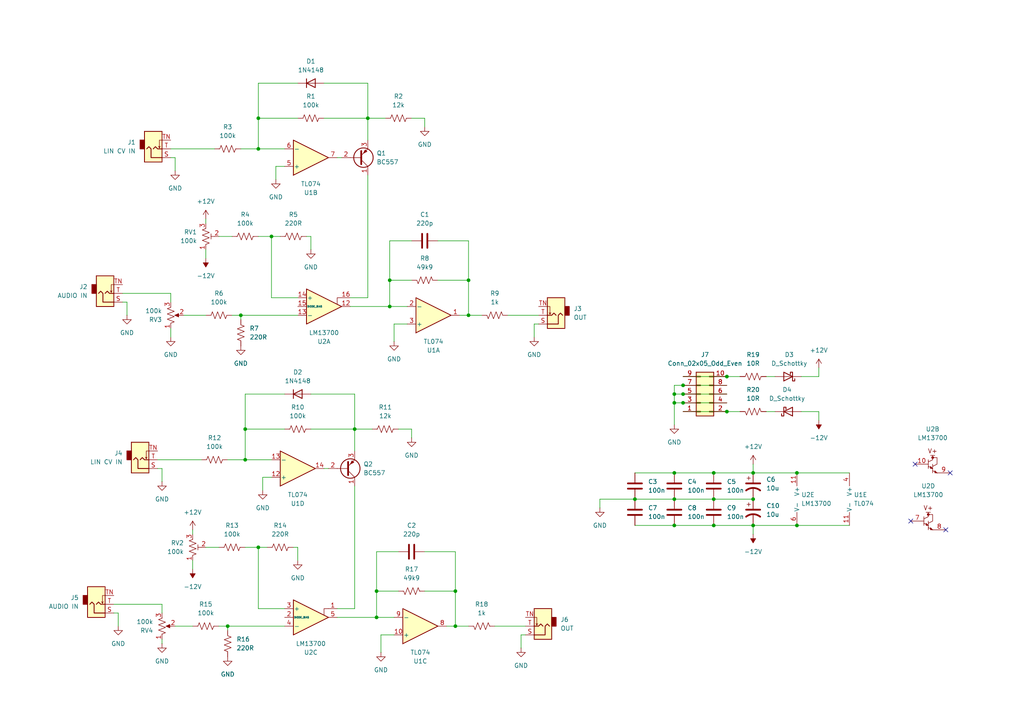
<source format=kicad_sch>
(kicad_sch (version 20250114) (generator "eeschema") (generator_version "9.0")
  (paper "A4")
  (title_block (title "Dual VCA") (date "2025-06-20") (rev "1.1") (company "idyllm") (comment 1 "CC BY-SA 4.0") (comment 2 "References: Aaron Lanterman, Thomas Henry"))
  (lib_symbols
    (symbol "Amplifier_Operational:LM13700" (pin_names (offset 0.127))
      (property "Reference" "U" (at 3.81 5.08 0))
      (property "Value" "LM13700" (at 5.08 -5.08 0))
      (symbol "LM13700_1_1"
        (polyline (pts (xy 3.81 -0.635) (xy 3.81 -2.54) (xy 5.08 -2.54)))
        (polyline (pts (xy 5.08 0) (xy -5.08 -5.08) (xy -5.08 5.08) (xy 5.08 0)) (stroke (width 0.254)) (fill (type background)))
        (pin input line (at -7.62 2.54 0) (length 2.54) (name "-") (number "13"))
        (pin input line (at -7.62 0 0) (length 2.54) (name "DIODE_BIAS") (number "15"))
        (pin input line (at -7.62 -2.54 0) (length 2.54) (name "+") (number "14"))
        (pin output line (at 7.62 0 180) (length 2.54) (name "~") (number "12"))
        (pin input line (at 7.62 -2.54 180) (length 2.54) (name "~") (number "16"))
      )
      (symbol "LM13700_2_0"
        (polyline (pts (xy -1.905 2.54) (xy -3.175 2.54)))
      )
      (symbol "LM13700_2_1"
        (polyline (pts (xy -3.81 1.27) (xy -3.81 -1.27)))
        (polyline (pts (xy -3.81 0.635) (xy -2.54 1.27) (xy -2.54 1.905) (xy -2.54 2.54)))
        (polyline (pts (xy -3.81 -0.635) (xy -2.54 -1.27)))
        (circle (center -2.54 1.905) (radius 0.254) (stroke (width 0.254)) (fill (type outline)))
        (polyline (pts (xy -2.54 0) (xy -2.54 -2.54)))
        (polyline (pts (xy -2.54 -0.635) (xy -1.27 0) (xy -1.27 1.905) (xy -2.54 1.905)))
        (polyline (pts (xy -2.54 -1.27) (xy -3.175 -0.635) (xy -3.175 -1.27) (xy -2.54 -1.27)) (fill (type outline)))
        (polyline (pts (xy -2.54 -1.905) (xy -1.27 -2.54)))
        (polyline (pts (xy -1.27 -2.54) (xy -1.905 -1.905) (xy -1.905 -2.54) (xy -1.27 -2.54)) (fill (type outline)))
        (text "V+" (at -2.54 3.81 0) (effects (font (size 1.27 1.27))))
        (pin input line (at -7.62 0 0) (length 3.81) (name "~") (number "10"))
        (pin output line (at 2.54 -2.54 180) (length 3.81) (name "~") (number "9"))
      )
      (symbol "LM13700_3_1"
        (polyline (pts (xy 3.81 -0.635) (xy 3.81 -2.54) (xy 5.08 -2.54)))
        (polyline (pts (xy 5.08 0) (xy -5.08 -5.08) (xy -5.08 5.08) (xy 5.08 0)) (stroke (width 0.254)) (fill (type background)))
        (pin input line (at -7.62 2.54 0) (length 2.54) (name "-") (number "4"))
        (pin input line (at -7.62 0 0) (length 2.54) (name "DIODE_BIAS") (number "2"))
        (pin input line (at -7.62 -2.54 0) (length 2.54) (name "+") (number "3"))
        (pin output line (at 7.62 0 180) (length 2.54) (name "~") (number "5"))
        (pin input line (at 7.62 -2.54 180) (length 2.54) (name "~") (number "1"))
      )
      (symbol "LM13700_4_0"
        (polyline (pts (xy -3.175 2.54) (xy -1.905 2.54)))
        (text "V+" (at -2.54 3.81 0) (effects (font (size 1.27 1.27))))
      )
      (symbol "LM13700_4_1"
        (polyline (pts (xy -3.81 1.27) (xy -3.81 -1.27)))
        (polyline (pts (xy -3.81 0.635) (xy -2.54 1.27) (xy -2.54 2.54)))
        (polyline (pts (xy -3.81 -0.635) (xy -2.54 -1.27)))
        (circle (center -2.54 1.905) (radius 0.254) (stroke (width 0.254)) (fill (type outline)))
        (polyline (pts (xy -2.54 0) (xy -2.54 -2.54)))
        (polyline (pts (xy -2.54 -0.635) (xy -1.27 0) (xy -1.27 1.905) (xy -2.54 1.905)))
        (polyline (pts (xy -2.54 -1.27) (xy -3.175 -0.635) (xy -3.175 -1.27) (xy -2.54 -1.27)) (fill (type outline)))
        (polyline (pts (xy -2.54 -1.905) (xy -1.27 -2.54)))
        (polyline (pts (xy -1.27 -2.54) (xy -1.905 -1.905) (xy -1.905 -2.54) (xy -1.27 -2.54)) (fill (type outline)))
        (pin input line (at -7.62 0 0) (length 3.81) (name "~") (number "7"))
        (pin output line (at 2.54 -2.54 180) (length 3.81) (name "~") (number "8"))
      )
      (symbol "LM13700_5_1"
        (pin power_in line (at -2.54 7.62 270) (length 3.81) (name "V+") (number "11"))
        (pin power_in line (at -2.54 -7.62 90) (length 3.81) (name "V-") (number "6"))
      )
    )
    (symbol "Amplifier_Operational:TL074" (pin_names (offset 0.127))
      (property "Reference" "U" (at 0 5.08 0))
      (property "Value" "TL074" (at 0 -5.08 0))
      (symbol "TL074_1_1"
        (polyline (pts (xy -5.08 5.08) (xy 5.08 0) (xy -5.08 -5.08) (xy -5.08 5.08)) (stroke (width 0.254)) (fill (type background)))
        (pin input line (at -7.62 2.54 0) (length 2.54) (name "+") (number "3"))
        (pin input line (at -7.62 -2.54 0) (length 2.54) (name "-") (number "2"))
        (pin output line (at 7.62 0 180) (length 2.54) (name "~") (number "1"))
      )
      (symbol "TL074_2_1"
        (polyline (pts (xy -5.08 5.08) (xy 5.08 0) (xy -5.08 -5.08) (xy -5.08 5.08)) (stroke (width 0.254)) (fill (type background)))
        (pin input line (at -7.62 2.54 0) (length 2.54) (name "+") (number "5"))
        (pin input line (at -7.62 -2.54 0) (length 2.54) (name "-") (number "6"))
        (pin output line (at 7.62 0 180) (length 2.54) (name "~") (number "7"))
      )
      (symbol "TL074_3_1"
        (polyline (pts (xy -5.08 5.08) (xy 5.08 0) (xy -5.08 -5.08) (xy -5.08 5.08)) (stroke (width 0.254)) (fill (type background)))
        (pin input line (at -7.62 2.54 0) (length 2.54) (name "+") (number "10"))
        (pin input line (at -7.62 -2.54 0) (length 2.54) (name "-") (number "9"))
        (pin output line (at 7.62 0 180) (length 2.54) (name "~") (number "8"))
      )
      (symbol "TL074_4_1"
        (polyline (pts (xy -5.08 5.08) (xy 5.08 0) (xy -5.08 -5.08) (xy -5.08 5.08)) (stroke (width 0.254)) (fill (type background)))
        (pin input line (at -7.62 2.54 0) (length 2.54) (name "+") (number "12"))
        (pin input line (at -7.62 -2.54 0) (length 2.54) (name "-") (number "13"))
        (pin output line (at 7.62 0 180) (length 2.54) (name "~") (number "14"))
      )
      (symbol "TL074_5_1"
        (pin power_in line (at -2.54 7.62 270) (length 3.81) (name "V+") (number "4"))
        (pin power_in line (at -2.54 -7.62 90) (length 3.81) (name "V-") (number "11"))
      )
    )
    (symbol "Connector_Audio:AudioJack2_SwitchT"
      (property "Reference" "J" (at 0 8.89 0))
      (property "Value" "AudioJack2_SwitchT" (at 0 6.35 0))
      (symbol "AudioJack2_SwitchT_0_1"
        (rectangle (start -2.54 0) (end -3.81 -2.54) (stroke (width 0.254)) (fill (type outline)))
        (polyline (pts (xy 0 0) (xy 0.635 -0.635) (xy 1.27 0) (xy 2.54 0)) (stroke (width 0.254)))
        (polyline (pts (xy 1.778 -0.254) (xy 2.032 -0.762)))
        (rectangle (start 2.54 3.81) (end -2.54 -5.08) (stroke (width 0.254)) (fill (type background)))
        (polyline (pts (xy 2.54 2.54) (xy -0.635 2.54) (xy -0.635 0) (xy -1.27 -0.635) (xy -1.905 0)) (stroke (width 0.254)))
        (polyline (pts (xy 2.54 -2.54) (xy 1.778 -2.54) (xy 1.778 -0.254) (xy 1.524 -0.762)))
      )
      (symbol "AudioJack2_SwitchT_1_1"
        (pin passive line (at 5.08 2.54 180) (length 2.54) (name "~") (number "S"))
        (pin passive line (at 5.08 0 180) (length 2.54) (name "~") (number "T"))
        (pin passive line (at 5.08 -2.54 180) (length 2.54) (name "~") (number "TN"))
      )
    )
    (symbol "Connector_Generic:Conn_02x05_Odd_Even" (pin_names (offset 1.016) (hide yes))
      (property "Reference" "J" (at 1.27 7.62 0))
      (property "Value" "Conn_02x05_Odd_Even" (at 1.27 -7.62 0))
      (symbol "Conn_02x05_Odd_Even_1_1"
        (rectangle (start -1.27 6.35) (end 3.81 -6.35) (stroke (width 0.254)) (fill (type background)))
        (rectangle (start -1.27 5.207) (end 0 4.953) (stroke (width 0.1524)))
        (rectangle (start -1.27 2.667) (end 0 2.413) (stroke (width 0.1524)))
        (rectangle (start -1.27 0.127) (end 0 -0.127) (stroke (width 0.1524)))
        (rectangle (start -1.27 -2.413) (end 0 -2.667) (stroke (width 0.1524)))
        (rectangle (start -1.27 -4.953) (end 0 -5.207) (stroke (width 0.1524)))
        (rectangle (start 3.81 5.207) (end 2.54 4.953) (stroke (width 0.1524)))
        (rectangle (start 3.81 2.667) (end 2.54 2.413) (stroke (width 0.1524)))
        (rectangle (start 3.81 0.127) (end 2.54 -0.127) (stroke (width 0.1524)))
        (rectangle (start 3.81 -2.413) (end 2.54 -2.667) (stroke (width 0.1524)))
        (rectangle (start 3.81 -4.953) (end 2.54 -5.207) (stroke (width 0.1524)))
        (pin passive line (at -5.08 5.08 0) (length 3.81) (name "Pin_1") (number "1"))
        (pin passive line (at -5.08 2.54 0) (length 3.81) (name "Pin_3") (number "3"))
        (pin passive line (at -5.08 0 0) (length 3.81) (name "Pin_5") (number "5"))
        (pin passive line (at -5.08 -2.54 0) (length 3.81) (name "Pin_7") (number "7"))
        (pin passive line (at -5.08 -5.08 0) (length 3.81) (name "Pin_9") (number "9"))
        (pin passive line (at 7.62 5.08 180) (length 3.81) (name "Pin_2") (number "2"))
        (pin passive line (at 7.62 2.54 180) (length 3.81) (name "Pin_4") (number "4"))
        (pin passive line (at 7.62 0 180) (length 3.81) (name "Pin_6") (number "6"))
        (pin passive line (at 7.62 -2.54 180) (length 3.81) (name "Pin_8") (number "8"))
        (pin passive line (at 7.62 -5.08 180) (length 3.81) (name "Pin_10") (number "10"))
      )
    )
    (symbol "Device:C" (pin_numbers (hide yes)) (pin_names (offset 0.254))
      (property "Reference" "C" (at 0.635 2.54 0))
      (property "Value" "C" (at 0.635 -2.54 0))
      (symbol "C_0_1"
        (polyline (pts (xy -2.032 0.762) (xy 2.032 0.762)) (stroke (width 0.508)))
        (polyline (pts (xy -2.032 -0.762) (xy 2.032 -0.762)) (stroke (width 0.508)))
      )
      (symbol "C_1_1"
        (pin passive line (at 0 3.81 270) (length 2.794) (name "~") (number "1"))
        (pin passive line (at 0 -3.81 90) (length 2.794) (name "~") (number "2"))
      )
    )
    (symbol "Device:C_Polarized_US" (pin_numbers (hide yes)) (pin_names (offset 0.254) (hide yes))
      (property "Reference" "C" (at 0.635 2.54 0))
      (property "Value" "C_Polarized_US" (at 0.635 -2.54 0))
      (symbol "C_Polarized_US_0_1"
        (polyline (pts (xy -2.032 0.762) (xy 2.032 0.762)) (stroke (width 0.508)))
        (polyline (pts (xy -1.778 2.286) (xy -0.762 2.286)))
        (polyline (pts (xy -1.27 1.778) (xy -1.27 2.794)))
        (arc (start -2.032 -1.27) (mid 0 -0.5572) (end 2.032 -1.27) (stroke (width 0.508)))
      )
      (symbol "C_Polarized_US_1_1"
        (pin passive line (at 0 3.81 270) (length 2.794) (name "~") (number "1"))
        (pin passive line (at 0 -3.81 90) (length 3.302) (name "~") (number "2"))
      )
    )
    (symbol "Device:D_Schottky" (pin_numbers (hide yes)) (pin_names (offset 1.016) (hide yes))
      (property "Reference" "D" (at 0 2.54 0))
      (property "Value" "D_Schottky" (at 0 -2.54 0))
      (symbol "D_Schottky_0_1"
        (polyline (pts (xy -1.905 0.635) (xy -1.905 1.27) (xy -1.27 1.27) (xy -1.27 -1.27) (xy -0.635 -1.27) (xy -0.635 -0.635)) (stroke (width 0.254)))
        (polyline (pts (xy 1.27 1.27) (xy 1.27 -1.27) (xy -1.27 0) (xy 1.27 1.27)) (stroke (width 0.254)))
        (polyline (pts (xy 1.27 0) (xy -1.27 0)))
      )
      (symbol "D_Schottky_1_1"
        (pin passive line (at -3.81 0 0) (length 2.54) (name "K") (number "1"))
        (pin passive line (at 3.81 0 180) (length 2.54) (name "A") (number "2"))
      )
    )
    (symbol "Device:R_Potentiometer_Trim_US" (pin_names (offset 1.016) (hide yes))
      (property "Reference" "RV" (at -4.445 0 90))
      (property "Value" "R_Potentiometer_Trim_US" (at -2.54 0 90))
      (symbol "R_Potentiometer_Trim_US_0_1"
        (polyline (pts (xy 0 2.286) (xy 0 2.54)))
        (polyline (pts (xy 0 2.286) (xy 1.016 1.905) (xy 0 1.524) (xy -1.016 1.143) (xy 0 0.762)))
        (polyline (pts (xy 0 0.762) (xy 1.016 0.381) (xy 0 0) (xy -1.016 -0.381) (xy 0 -0.762)))
        (polyline (pts (xy 0 -0.762) (xy 1.016 -1.143) (xy 0 -1.524) (xy -1.016 -1.905) (xy 0 -2.286)))
        (polyline (pts (xy 0 -2.286) (xy 0 -2.54)))
        (polyline (pts (xy 1.524 0.762) (xy 1.524 -0.762)))
        (polyline (pts (xy 2.54 0) (xy 1.524 0)))
      )
      (symbol "R_Potentiometer_Trim_US_1_1"
        (pin passive line (at 0 3.81 270) (length 1.27) (name "1") (number "1"))
        (pin passive line (at 0 -3.81 90) (length 1.27) (name "3") (number "3"))
        (pin passive line (at 3.81 0 180) (length 1.27) (name "2") (number "2"))
      )
    )
    (symbol "Device:R_Potentiometer_US" (pin_names (offset 1.016) (hide yes))
      (property "Reference" "RV" (at -4.445 0 90))
      (property "Value" "R_Potentiometer_US" (at -2.54 0 90))
      (symbol "R_Potentiometer_US_0_1"
        (polyline (pts (xy 0 2.54) (xy 0 2.286)))
        (polyline (pts (xy 0 2.286) (xy 1.016 1.905) (xy 0 1.524) (xy -1.016 1.143) (xy 0 0.762)))
        (polyline (pts (xy 0 0.762) (xy 1.016 0.381) (xy 0 0) (xy -1.016 -0.381) (xy 0 -0.762)))
        (polyline (pts (xy 0 -0.762) (xy 1.016 -1.143) (xy 0 -1.524) (xy -1.016 -1.905) (xy 0 -2.286)))
        (polyline (pts (xy 0 -2.286) (xy 0 -2.54)))
        (polyline (pts (xy 1.143 0) (xy 2.286 0.508) (xy 2.286 -0.508) (xy 1.143 0)) (fill (type outline)))
        (polyline (pts (xy 2.54 0) (xy 1.524 0)))
      )
      (symbol "R_Potentiometer_US_1_1"
        (pin passive line (at 0 3.81 270) (length 1.27) (name "1") (number "1"))
        (pin passive line (at 0 -3.81 90) (length 1.27) (name "3") (number "3"))
        (pin passive line (at 3.81 0 180) (length 1.27) (name "2") (number "2"))
      )
    )
    (symbol "Device:R_US" (pin_numbers (hide yes)) (pin_names (offset 0))
      (property "Reference" "R" (at 2.54 0 90))
      (property "Value" "R_US" (at -2.54 0 90))
      (symbol "R_US_0_1"
        (polyline (pts (xy 0 2.286) (xy 0 2.54)))
        (polyline (pts (xy 0 2.286) (xy 1.016 1.905) (xy 0 1.524) (xy -1.016 1.143) (xy 0 0.762)))
        (polyline (pts (xy 0 0.762) (xy 1.016 0.381) (xy 0 0) (xy -1.016 -0.381) (xy 0 -0.762)))
        (polyline (pts (xy 0 -0.762) (xy 1.016 -1.143) (xy 0 -1.524) (xy -1.016 -1.905) (xy 0 -2.286)))
        (polyline (pts (xy 0 -2.286) (xy 0 -2.54)))
      )
      (symbol "R_US_1_1"
        (pin passive line (at 0 3.81 270) (length 1.27) (name "~") (number "1"))
        (pin passive line (at 0 -3.81 90) (length 1.27) (name "~") (number "2"))
      )
    )
    (symbol "Diode:1N4148" (pin_numbers (hide yes)) (pin_names (hide yes))
      (property "Reference" "D" (at 0 2.54 0))
      (property "Value" "1N4148" (at 0 -2.54 0))
      (symbol "1N4148_0_1"
        (polyline (pts (xy -1.27 1.27) (xy -1.27 -1.27)) (stroke (width 0.254)))
        (polyline (pts (xy 1.27 1.27) (xy 1.27 -1.27) (xy -1.27 0) (xy 1.27 1.27)) (stroke (width 0.254)))
        (polyline (pts (xy 1.27 0) (xy -1.27 0)))
      )
      (symbol "1N4148_1_1"
        (pin passive line (at -3.81 0 0) (length 2.54) (name "K") (number "1"))
        (pin passive line (at 3.81 0 180) (length 2.54) (name "A") (number "2"))
      )
    )
    (symbol "Transistor_BJT:BC557" (pin_names (offset 0) (hide yes))
      (property "Reference" "Q" (at 5.08 1.905 0))
      (property "Value" "BC557" (at 5.08 0 0))
      (symbol "BC557_0_1"
        (polyline (pts (xy -2.54 0) (xy 0.635 0)))
        (polyline (pts (xy 0.635 1.905) (xy 0.635 -1.905)) (stroke (width 0.508)))
        (polyline (pts (xy 0.635 0.635) (xy 2.54 2.54)))
        (polyline (pts (xy 0.635 -0.635) (xy 2.54 -2.54)))
        (circle (center 1.27 0) (radius 2.8194) (stroke (width 0.254)))
        (polyline (pts (xy 2.286 -1.778) (xy 1.778 -2.286) (xy 1.27 -1.27) (xy 2.286 -1.778)) (fill (type outline)))
      )
      (symbol "BC557_1_1"
        (pin input line (at -5.08 0 0) (length 2.54) (name "B") (number "2"))
        (pin passive line (at 2.54 5.08 270) (length 2.54) (name "C") (number "1"))
        (pin passive line (at 2.54 -5.08 90) (length 2.54) (name "E") (number "3"))
      )
    )
    (symbol "power:+12V" (power) (pin_numbers (hide yes)) (pin_names (offset 0) (hide yes))
      (property "Value" "+12V" (at 0 3.556 0))
      (symbol "+12V_0_1"
        (polyline (pts (xy -0.762 1.27) (xy 0 2.54)))
        (polyline (pts (xy 0 2.54) (xy 0.762 1.27)))
        (polyline (pts (xy 0 0) (xy 0 2.54)))
      )
      (symbol "+12V_1_1"
        (pin power_in line (at 0 0 90) (length 0) (name "~") (number "1"))
      )
    )
    (symbol "power:-12V" (power) (pin_numbers (hide yes)) (pin_names (offset 0) (hide yes))
      (property "Value" "-12V" (at 0 3.556 0))
      (symbol "-12V_0_0"
        (pin power_in line (at 0 0 90) (length 0) (name "~") (number "1"))
      )
      (symbol "-12V_0_1"
        (polyline (pts (xy 0 0) (xy 0 1.27) (xy 0.762 1.27) (xy 0 2.54) (xy -0.762 1.27) (xy 0 1.27)) (fill (type outline)))
      )
    )
    (symbol "power:GND" (power) (pin_numbers (hide yes)) (pin_names (offset 0) (hide yes))
      (property "Value" "GND" (at 0 -3.81 0))
      (symbol "GND_0_1"
        (polyline (pts (xy 0 0) (xy 0 -1.27) (xy 1.27 -1.27) (xy 0 -2.54) (xy -1.27 -1.27) (xy 0 -1.27)))
      )
      (symbol "GND_1_1"
        (pin power_in line (at 0 0 270) (length 0) (name "~") (number "1"))
      )
    )
  )
  (junction (at 66.04 181.61))
  (junction (at 106.68 34.29))
  (junction (at 113.03 81.28))
  (junction (at 135.89 81.28))
  (junction (at 109.22 179.07))
  (junction (at 207.01 152.4))
  (junction (at 69.85 91.44))
  (junction (at 102.87 124.46))
  (junction (at 218.44 144.78))
  (junction (at 132.08 171.45))
  (junction (at 184.15 144.78))
  (junction (at 113.03 88.9))
  (junction (at 207.01 137.16))
  (junction (at 195.58 116.84))
  (junction (at 74.93 34.29))
  (junction (at 195.58 137.16))
  (junction (at 218.44 137.16))
  (junction (at 71.12 133.35))
  (junction (at 198.12 116.84))
  (junction (at 195.58 114.3))
  (junction (at 135.89 91.44))
  (junction (at 198.12 111.76))
  (junction (at 231.14 137.16))
  (junction (at 198.12 114.3))
  (junction (at 71.12 124.46))
  (junction (at 109.22 171.45))
  (junction (at 207.01 144.78))
  (junction (at 195.58 144.78))
  (junction (at 195.58 152.4))
  (junction (at 78.74 68.58))
  (junction (at 210.82 119.38))
  (junction (at 218.44 152.4))
  (junction (at 210.82 109.22))
  (junction (at 74.93 158.75))
  (junction (at 74.93 43.18))
  (junction (at 231.14 152.4))
  (junction (at 132.08 181.61))
  (no_connect (at 265.43 134.62))
  (no_connect (at 274.32 153.67))
  (no_connect (at 275.59 137.16))
  (no_connect (at 264.16 151.13))
  (wire (pts (xy 237.49 109.22) (xy 232.41 109.22)))
  (wire (pts (xy 66.04 181.61) (xy 82.55 181.61)))
  (wire (pts (xy 86.36 158.75) (xy 85.09 158.75)))
  (wire (pts (xy 90.17 124.46) (xy 102.87 124.46)))
  (wire (pts (xy 198.12 109.22) (xy 210.82 109.22)))
  (wire (pts (xy 66.04 133.35) (xy 71.12 133.35)))
  (wire (pts (xy 71.12 114.3) (xy 71.12 124.46)))
  (wire (pts (xy 97.79 176.53) (xy 102.87 176.53)))
  (wire (pts (xy 222.25 119.38) (xy 224.79 119.38)))
  (wire (pts (xy 50.8 45.72) (xy 49.53 45.72)))
  (wire (pts (xy 101.6 88.9) (xy 113.03 88.9)))
  (wire (pts (xy 210.82 119.38) (xy 214.63 119.38)))
  (wire (pts (xy 76.2 142.24) (xy 76.2 138.43)))
  (wire (pts (xy 97.79 179.07) (xy 109.22 179.07)))
  (wire (pts (xy 80.01 48.26) (xy 82.55 48.26)))
  (wire (pts (xy 154.94 97.79) (xy 154.94 93.98)))
  (wire (pts (xy 114.3 93.98) (xy 114.3 99.06)))
  (wire (pts (xy 46.99 135.89) (xy 45.72 135.89)))
  (wire (pts (xy 231.14 137.16) (xy 246.38 137.16)))
  (wire (pts (xy 80.01 52.07) (xy 80.01 48.26)))
  (wire (pts (xy 74.93 34.29) (xy 86.36 34.29)))
  (wire (pts (xy 135.89 81.28) (xy 135.89 91.44)))
  (wire (pts (xy 49.53 43.18) (xy 62.23 43.18)))
  (wire (pts (xy 207.01 152.4) (xy 218.44 152.4)))
  (wire (pts (xy 218.44 137.16) (xy 231.14 137.16)))
  (wire (pts (xy 35.56 85.09) (xy 49.53 85.09)))
  (wire (pts (xy 154.94 93.98) (xy 156.21 93.98)))
  (wire (pts (xy 36.83 91.44) (xy 36.83 87.63)))
  (wire (pts (xy 132.08 171.45) (xy 132.08 181.61)))
  (wire (pts (xy 102.87 114.3) (xy 90.17 114.3)))
  (wire (pts (xy 74.93 24.13) (xy 74.93 34.29)))
  (wire (pts (xy 237.49 106.68) (xy 237.49 109.22)))
  (wire (pts (xy 119.38 127) (xy 119.38 124.46)))
  (wire (pts (xy 110.49 184.15) (xy 114.3 184.15)))
  (wire (pts (xy 113.03 81.28) (xy 119.38 81.28)))
  (wire (pts (xy 59.69 72.39) (xy 59.69 74.93)))
  (wire (pts (xy 109.22 160.02) (xy 109.22 171.45)))
  (wire (pts (xy 49.53 85.09) (xy 49.53 87.63)))
  (wire (pts (xy 195.58 111.76) (xy 195.58 114.3)))
  (wire (pts (xy 53.34 91.44) (xy 59.69 91.44)))
  (wire (pts (xy 81.28 68.58) (xy 78.74 68.58)))
  (wire (pts (xy 49.53 95.25) (xy 49.53 97.79)))
  (wire (pts (xy 127 69.85) (xy 135.89 69.85)))
  (wire (pts (xy 74.93 43.18) (xy 82.55 43.18)))
  (wire (pts (xy 135.89 91.44) (xy 139.7 91.44)))
  (wire (pts (xy 90.17 72.39) (xy 90.17 68.58)))
  (wire (pts (xy 71.12 133.35) (xy 78.74 133.35)))
  (wire (pts (xy 74.93 176.53) (xy 82.55 176.53)))
  (wire (pts (xy 66.04 181.61) (xy 66.04 182.88)))
  (wire (pts (xy 135.89 69.85) (xy 135.89 81.28)))
  (wire (pts (xy 109.22 171.45) (xy 109.22 179.07)))
  (wire (pts (xy 184.15 144.78) (xy 195.58 144.78)))
  (wire (pts (xy 46.99 139.7) (xy 46.99 135.89)))
  (wire (pts (xy 63.5 181.61) (xy 66.04 181.61)))
  (wire (pts (xy 123.19 160.02) (xy 132.08 160.02)))
  (wire (pts (xy 123.19 36.83) (xy 123.19 34.29)))
  (wire (pts (xy 102.87 124.46) (xy 107.95 124.46)))
  (wire (pts (xy 102.87 124.46) (xy 102.87 130.81)))
  (wire (pts (xy 143.51 181.61) (xy 152.4 181.61)))
  (wire (pts (xy 106.68 50.8) (xy 106.68 86.36)))
  (wire (pts (xy 86.36 162.56) (xy 86.36 158.75)))
  (wire (pts (xy 222.25 109.22) (xy 224.79 109.22)))
  (wire (pts (xy 195.58 114.3) (xy 198.12 114.3)))
  (wire (pts (xy 207.01 137.16) (xy 218.44 137.16)))
  (wire (pts (xy 33.02 175.26) (xy 46.99 175.26)))
  (wire (pts (xy 198.12 114.3) (xy 210.82 114.3)))
  (wire (pts (xy 109.22 179.07) (xy 114.3 179.07)))
  (wire (pts (xy 69.85 43.18) (xy 74.93 43.18)))
  (wire (pts (xy 102.87 140.97) (xy 102.87 176.53)))
  (wire (pts (xy 106.68 34.29) (xy 106.68 40.64)))
  (wire (pts (xy 113.03 88.9) (xy 118.11 88.9)))
  (wire (pts (xy 34.29 177.8) (xy 33.02 177.8)))
  (wire (pts (xy 106.68 24.13) (xy 93.98 24.13)))
  (wire (pts (xy 46.99 185.42) (xy 46.99 186.69)))
  (wire (pts (xy 237.49 119.38) (xy 232.41 119.38)))
  (wire (pts (xy 110.49 184.15) (xy 110.49 189.23)))
  (wire (pts (xy 46.99 175.26) (xy 46.99 177.8)))
  (wire (pts (xy 34.29 181.61) (xy 34.29 177.8)))
  (wire (pts (xy 218.44 134.62) (xy 218.44 137.16)))
  (wire (pts (xy 71.12 124.46) (xy 82.55 124.46)))
  (wire (pts (xy 78.74 68.58) (xy 78.74 86.36)))
  (wire (pts (xy 45.72 133.35) (xy 58.42 133.35)))
  (wire (pts (xy 195.58 114.3) (xy 195.58 116.84)))
  (wire (pts (xy 210.82 109.22) (xy 214.63 109.22)))
  (wire (pts (xy 50.8 181.61) (xy 55.88 181.61)))
  (wire (pts (xy 132.08 181.61) (xy 135.89 181.61)))
  (wire (pts (xy 127 81.28) (xy 135.89 81.28)))
  (wire (pts (xy 74.93 24.13) (xy 86.36 24.13)))
  (wire (pts (xy 114.3 93.98) (xy 118.11 93.98)))
  (wire (pts (xy 218.44 154.94) (xy 218.44 152.4)))
  (wire (pts (xy 63.5 158.75) (xy 59.69 158.75)))
  (wire (pts (xy 55.88 162.56) (xy 55.88 165.1)))
  (wire (pts (xy 74.93 34.29) (xy 74.93 43.18)))
  (wire (pts (xy 123.19 171.45) (xy 132.08 171.45)))
  (wire (pts (xy 115.57 124.46) (xy 119.38 124.46)))
  (wire (pts (xy 129.54 181.61) (xy 132.08 181.61)))
  (wire (pts (xy 113.03 69.85) (xy 113.03 81.28)))
  (wire (pts (xy 93.98 135.89) (xy 95.25 135.89)))
  (wire (pts (xy 97.79 45.72) (xy 99.06 45.72)))
  (wire (pts (xy 198.12 111.76) (xy 195.58 111.76)))
  (wire (pts (xy 109.22 160.02) (xy 115.57 160.02)))
  (wire (pts (xy 151.13 184.15) (xy 152.4 184.15)))
  (wire (pts (xy 231.14 152.4) (xy 246.38 152.4)))
  (wire (pts (xy 184.15 152.4) (xy 195.58 152.4)))
  (wire (pts (xy 74.93 158.75) (xy 74.93 176.53)))
  (wire (pts (xy 119.38 34.29) (xy 123.19 34.29)))
  (wire (pts (xy 36.83 87.63) (xy 35.56 87.63)))
  (wire (pts (xy 71.12 124.46) (xy 71.12 133.35)))
  (wire (pts (xy 173.99 144.78) (xy 184.15 144.78)))
  (wire (pts (xy 59.69 63.5) (xy 59.69 64.77)))
  (wire (pts (xy 101.6 86.36) (xy 106.68 86.36)))
  (wire (pts (xy 71.12 114.3) (xy 82.55 114.3)))
  (wire (pts (xy 93.98 34.29) (xy 106.68 34.29)))
  (wire (pts (xy 195.58 116.84) (xy 198.12 116.84)))
  (wire (pts (xy 90.17 68.58) (xy 88.9 68.58)))
  (wire (pts (xy 133.35 91.44) (xy 135.89 91.44)))
  (wire (pts (xy 78.74 86.36) (xy 86.36 86.36)))
  (wire (pts (xy 237.49 121.92) (xy 237.49 119.38)))
  (wire (pts (xy 67.31 91.44) (xy 69.85 91.44)))
  (wire (pts (xy 173.99 147.32) (xy 173.99 144.78)))
  (wire (pts (xy 184.15 137.16) (xy 195.58 137.16)))
  (wire (pts (xy 113.03 69.85) (xy 119.38 69.85)))
  (wire (pts (xy 151.13 187.96) (xy 151.13 184.15)))
  (wire (pts (xy 55.88 153.67) (xy 55.88 154.94)))
  (wire (pts (xy 198.12 111.76) (xy 210.82 111.76)))
  (wire (pts (xy 67.31 68.58) (xy 63.5 68.58)))
  (wire (pts (xy 132.08 160.02) (xy 132.08 171.45)))
  (wire (pts (xy 195.58 152.4) (xy 207.01 152.4)))
  (wire (pts (xy 109.22 171.45) (xy 115.57 171.45)))
  (wire (pts (xy 77.47 158.75) (xy 74.93 158.75)))
  (wire (pts (xy 207.01 144.78) (xy 218.44 144.78)))
  (wire (pts (xy 69.85 91.44) (xy 86.36 91.44)))
  (wire (pts (xy 195.58 116.84) (xy 195.58 123.19)))
  (wire (pts (xy 147.32 91.44) (xy 156.21 91.44)))
  (wire (pts (xy 74.93 158.75) (xy 71.12 158.75)))
  (wire (pts (xy 78.74 68.58) (xy 74.93 68.58)))
  (wire (pts (xy 195.58 137.16) (xy 207.01 137.16)))
  (wire (pts (xy 50.8 49.53) (xy 50.8 45.72)))
  (wire (pts (xy 106.68 34.29) (xy 111.76 34.29)))
  (wire (pts (xy 195.58 144.78) (xy 207.01 144.78)))
  (wire (pts (xy 198.12 119.38) (xy 210.82 119.38)))
  (wire (pts (xy 218.44 152.4) (xy 231.14 152.4)))
  (wire (pts (xy 102.87 124.46) (xy 102.87 114.3)))
  (wire (pts (xy 198.12 116.84) (xy 210.82 116.84)))
  (wire (pts (xy 69.85 91.44) (xy 69.85 92.71)))
  (wire (pts (xy 113.03 81.28) (xy 113.03 88.9)))
  (wire (pts (xy 76.2 138.43) (xy 78.74 138.43)))
  (wire (pts (xy 106.68 34.29) (xy 106.68 24.13)))
  (symbol (lib_id "Connector_Audio:AudioJack2_SwitchT") (at 27.94 175.26 0) (mirror x) (unit 1)
    (property "Reference" "J5" (at 22.86 173.3549 0) (effects (justify right)))
    (property "Value" "AUDIO IN" (at 22.86 175.8949 0) (effects (justify right)))
    (property "Footprint" "AudioJacks:Jack_3.5mm_QingPu_WQP-PJ323M_Horizontal" (effects (hide yes)))
    (property "Description" "Audio Jack, 2 Poles (Mono / TS), Switched T Pole (Normalling)" (effects (hide yes)))
  )
  (symbol (lib_id "Device:C") (at 119.38 160.02 90) (unit 1)
    (property "Reference" "C2" (at 119.38 152.4 90))
    (property "Value" "220p" (at 119.38 154.94 90))
    (property "Footprint" "Capacitor_THT:C_Disc_D4.3mm_W1.9mm_P5.00mm" (effects (hide yes)))
    (property "Description" "Unpolarized capacitor" (effects (hide yes)))
  )
  (symbol (lib_id "power:GND") (at 80.01 52.07 0) (unit 1)
    (property "Reference" "#PWR03" (effects (hide yes)))
    (property "Value" "GND" (at 80.01 57.15 0))
    (property "Description" "Power symbol creates a global label with name \"GND\" , ground" (effects (hide yes)))
  )
  (symbol (lib_id "Device:R_US") (at 119.38 171.45 90) (mirror x) (unit 1)
    (property "Reference" "R17" (at 119.38 165.1 90))
    (property "Value" "49k9" (at 119.38 167.64 90))
    (property "Footprint" "Resistor_THT:R_Axial_DIN0204_L3.6mm_D1.6mm_P2.54mm_Vertical" (effects (hide yes)))
    (property "Description" "Resistor, US symbol" (effects (hide yes)))
  )
  (symbol (lib_id "Device:R_US") (at 85.09 68.58 270) (unit 1)
    (property "Reference" "R5" (at 85.09 62.23 90))
    (property "Value" "220R" (at 85.09 64.77 90))
    (property "Footprint" "Resistor_THT:R_Axial_DIN0204_L3.6mm_D1.6mm_P2.54mm_Vertical" (effects (hide yes)))
    (property "Description" "Resistor, US symbol" (effects (hide yes)))
  )
  (symbol (lib_id "Device:R_US") (at 123.19 81.28 90) (mirror x) (unit 1)
    (property "Reference" "R8" (at 123.19 74.93 90))
    (property "Value" "49k9" (at 123.19 77.47 90))
    (property "Footprint" "Resistor_THT:R_Axial_DIN0204_L3.6mm_D1.6mm_P2.54mm_Vertical" (effects (hide yes)))
    (property "Description" "Resistor, US symbol" (effects (hide yes)))
  )
  (symbol (lib_id "power:GND") (at 69.85 100.33 0) (unit 1)
    (property "Reference" "#PWR010" (effects (hide yes)))
    (property "Value" "GND" (at 69.85 105.41 0))
    (property "Description" "Power symbol creates a global label with name \"GND\" , ground" (effects (hide yes)))
  )
  (symbol (lib_id "power:GND") (at 173.99 147.32 0) (mirror y) (unit 1)
    (property "Reference" "#PWR024" (effects (hide yes)))
    (property "Value" "GND" (at 173.99 152.4 0))
    (property "Description" "Power symbol creates a global label with name \"GND\" , ground" (effects (hide yes)))
  )
  (symbol (lib_id "Device:R_US") (at 66.04 186.69 180) (unit 1)
    (property "Reference" "R16" (at 68.58 185.4199 0) (effects (justify right)))
    (property "Value" "220R" (at 68.58 187.9599 0) (effects (justify right)))
    (property "Footprint" "Resistor_THT:R_Axial_DIN0204_L3.6mm_D1.6mm_P2.54mm_Vertical" (effects (hide yes)))
    (property "Description" "Resistor, US symbol" (effects (hide yes)))
  )
  (symbol (lib_id "Amplifier_Operational:LM13700") (at 90.17 179.07 0) (mirror x) (unit 3)
    (property "Reference" "U2" (at 90.17 189.23 0))
    (property "Value" "LM13700" (at 90.17 186.69 0))
    (property "Footprint" "Package_SO:SOIC-16_3.9x9.9mm_P1.27mm" (effects (hide yes)))
    (property "Datasheet" "http://www.ti.com/lit/ds/symlink/lm13700.pdf" (effects (hide yes)))
    (property "Description" "Dual Operational Transconductance Amplifiers with Linearizing Diodes and Buffers, DIP-16/SOIC-16" (effects (hide yes)))
  )
  (symbol (lib_id "power:GND") (at 36.83 91.44 0) (unit 1)
    (property "Reference" "#PWR07" (effects (hide yes)))
    (property "Value" "GND" (at 36.83 96.52 0))
    (property "Description" "Power symbol creates a global label with name \"GND\" , ground" (effects (hide yes)))
  )
  (symbol (lib_id "Amplifier_Operational:TL074") (at 90.17 45.72 0) (mirror x) (unit 2)
    (property "Reference" "U1" (at 90.17 55.88 0))
    (property "Value" "TL074" (at 90.17 53.34 0))
    (property "Footprint" "Package_DIP:DIP-14_W7.62mm_Socket" (effects (hide yes)))
    (property "Datasheet" "http://www.ti.com/lit/ds/symlink/tl071.pdf" (effects (hide yes)))
    (property "Description" "Quad Low-Noise JFET-Input Operational Amplifiers, DIP-14/SOIC-14" (effects (hide yes)))
  )
  (symbol (lib_id "Amplifier_Operational:TL074") (at 86.36 135.89 0) (mirror x) (unit 4)
    (property "Reference" "U1" (at 86.36 146.05 0))
    (property "Value" "TL074" (at 86.36 143.51 0))
    (property "Footprint" "Package_DIP:DIP-14_W7.62mm_Socket" (effects (hide yes)))
    (property "Datasheet" "http://www.ti.com/lit/ds/symlink/tl071.pdf" (effects (hide yes)))
    (property "Description" "Quad Low-Noise JFET-Input Operational Amplifiers, DIP-14/SOIC-14" (effects (hide yes)))
  )
  (symbol (lib_id "Transistor_BJT:BC557") (at 104.14 45.72 0) (mirror x) (unit 1)
    (property "Reference" "Q1" (at 109.22 44.4499 0) (effects (justify left)))
    (property "Value" "BC557" (at 109.22 46.9899 0) (effects (justify left)))
    (property "Footprint" "Package_TO_SOT_THT:TO-92_Inline_Wide" (effects (hide yes)))
    (property "Datasheet" "https://www.onsemi.com/pub/Collateral/BC556BTA-D.pdf" (effects (hide yes)))
    (property "Description" "0.1A Ic, 45V Vce, PNP Small Signal Transistor, TO-92" (effects (hide yes)))
  )
  (symbol (lib_id "Device:R_US") (at 62.23 133.35 270) (unit 1)
    (property "Reference" "R12" (at 62.23 127 90))
    (property "Value" "100k" (at 62.23 129.54 90))
    (property "Footprint" "Resistor_THT:R_Axial_DIN0204_L3.6mm_D1.6mm_P7.62mm_Horizontal" (effects (hide yes)))
    (property "Description" "Resistor, US symbol" (effects (hide yes)))
  )
  (symbol (lib_id "power:+12V") (at 237.49 106.68 0) (unit 1)
    (property "Reference" "#PWR021" (effects (hide yes)))
    (property "Value" "+12V" (at 237.49 101.6 0))
    (property "Description" "Power symbol creates a global label with name \"+12V\"" (effects (hide yes)))
  )
  (symbol (lib_id "Device:R_US") (at 67.31 158.75 270) (unit 1)
    (property "Reference" "R13" (at 67.31 152.4 90))
    (property "Value" "100k" (at 67.31 154.94 90))
    (property "Footprint" "Resistor_THT:R_Axial_DIN0204_L3.6mm_D1.6mm_P2.54mm_Vertical" (effects (hide yes)))
    (property "Description" "Resistor, US symbol" (effects (hide yes)))
  )
  (symbol (lib_id "Device:R_US") (at 63.5 91.44 270) (unit 1)
    (property "Reference" "R6" (at 63.5 85.09 90))
    (property "Value" "100k" (at 63.5 87.63 90))
    (property "Footprint" "Resistor_THT:R_Axial_DIN0204_L3.6mm_D1.6mm_P7.62mm_Horizontal" (effects (hide yes)))
    (property "Description" "Resistor, US symbol" (effects (hide yes)))
  )
  (symbol (lib_id "Device:R_Potentiometer_Trim_US") (at 59.69 68.58 0) (mirror x) (unit 1)
    (property "Reference" "RV1" (at 57.15 67.3099 0) (effects (justify right)))
    (property "Value" "100k" (at 57.15 69.8499 0) (effects (justify right)))
    (property "Footprint" "Potentiometer_THT:Potentiometer_Bourns_3296W_Vertical" (effects (hide yes)))
    (property "Description" "Trim-potentiometer, US symbol" (effects (hide yes)))
  )
  (symbol (lib_id "Connector_Audio:AudioJack2_SwitchT") (at 44.45 43.18 0) (mirror x) (unit 1)
    (property "Reference" "J1" (at 39.37 41.2749 0) (effects (justify right)))
    (property "Value" "LIN CV IN" (at 39.37 43.8149 0) (effects (justify right)))
    (property "Footprint" "AudioJacks:Jack_3.5mm_QingPu_WQP-PJ323M_Horizontal" (effects (hide yes)))
    (property "Description" "Audio Jack, 2 Poles (Mono / TS), Switched T Pole (Normalling)" (effects (hide yes)))
  )
  (symbol (lib_id "power:GND") (at 46.99 139.7 0) (unit 1)
    (property "Reference" "#PWR012" (effects (hide yes)))
    (property "Value" "GND" (at 46.99 144.78 0))
    (property "Description" "Power symbol creates a global label with name \"GND\" , ground" (effects (hide yes)))
  )
  (symbol (lib_id "Device:C") (at 207.01 148.59 0) (unit 1)
    (property "Reference" "C9" (at 210.82 147.3199 0) (effects (justify left)))
    (property "Value" "100n" (at 210.82 149.8599 0) (effects (justify left)))
    (property "Footprint" "Capacitor_THT:C_Disc_D4.3mm_W1.9mm_P5.00mm" (effects (hide yes)))
    (property "Description" "Unpolarized capacitor" (effects (hide yes)))
  )
  (symbol (lib_id "Device:R_US") (at 66.04 43.18 270) (unit 1)
    (property "Reference" "R3" (at 66.04 36.83 90))
    (property "Value" "100k" (at 66.04 39.37 90))
    (property "Footprint" "Resistor_THT:R_Axial_DIN0204_L3.6mm_D1.6mm_P7.62mm_Horizontal" (effects (hide yes)))
    (property "Description" "Resistor, US symbol" (effects (hide yes)))
  )
  (symbol (lib_id "power:GND") (at 154.94 97.79 0) (mirror y) (unit 1)
    (property "Reference" "#PWR08" (effects (hide yes)))
    (property "Value" "GND" (at 154.94 102.87 0))
    (property "Description" "Power symbol creates a global label with name \"GND\" , ground" (effects (hide yes)))
  )
  (symbol (lib_id "Connector_Audio:AudioJack2_SwitchT") (at 40.64 133.35 0) (mirror x) (unit 1)
    (property "Reference" "J4" (at 35.56 131.4449 0) (effects (justify right)))
    (property "Value" "LIN CV IN" (at 35.56 133.9849 0) (effects (justify right)))
    (property "Footprint" "AudioJacks:Jack_3.5mm_QingPu_WQP-PJ323M_Horizontal" (effects (hide yes)))
    (property "Description" "Audio Jack, 2 Poles (Mono / TS), Switched T Pole (Normalling)" (effects (hide yes)))
  )
  (symbol (lib_id "power:GND") (at 123.19 36.83 0) (unit 1)
    (property "Reference" "#PWR01" (effects (hide yes)))
    (property "Value" "GND" (at 123.19 41.91 0))
    (property "Description" "Power symbol creates a global label with name \"GND\" , ground" (effects (hide yes)))
  )
  (symbol (lib_id "power:GND") (at 46.99 186.69 0) (unit 1)
    (property "Reference" "#PWR027" (effects (hide yes)))
    (property "Value" "GND" (at 46.99 191.77 0))
    (property "Description" "Power symbol creates a global label with name \"GND\" , ground" (effects (hide yes)))
  )
  (symbol (lib_id "Device:C_Polarized_US") (at 218.44 148.59 0) (unit 1)
    (property "Reference" "C10" (at 222.25 146.6849 0) (effects (justify left)))
    (property "Value" "10u" (at 222.25 149.2249 0) (effects (justify left)))
    (property "Footprint" "Capacitor_THT:CP_Radial_D5.0mm_P2.50mm" (effects (hide yes)))
    (property "Description" "Polarized capacitor, US symbol" (effects (hide yes)))
  )
  (symbol (lib_id "Device:R_US") (at 139.7 181.61 90) (mirror x) (unit 1)
    (property "Reference" "R18" (at 139.7 175.26 90))
    (property "Value" "1k" (at 139.7 177.8 90))
    (property "Footprint" "Resistor_THT:R_Axial_DIN0204_L3.6mm_D1.6mm_P7.62mm_Horizontal" (effects (hide yes)))
    (property "Description" "Resistor, US symbol" (effects (hide yes)))
  )
  (symbol (lib_id "power:GND") (at 195.58 123.19 0) (mirror y) (unit 1)
    (property "Reference" "#PWR023" (effects (hide yes)))
    (property "Value" "GND" (at 195.58 128.27 0))
    (property "Description" "Power symbol creates a global label with name \"GND\" , ground" (effects (hide yes)))
  )
  (symbol (lib_id "Device:R_US") (at 143.51 91.44 90) (mirror x) (unit 1)
    (property "Reference" "R9" (at 143.51 85.09 90))
    (property "Value" "1k" (at 143.51 87.63 90))
    (property "Footprint" "Resistor_THT:R_Axial_DIN0204_L3.6mm_D1.6mm_P7.62mm_Horizontal" (effects (hide yes)))
    (property "Description" "Resistor, US symbol" (effects (hide yes)))
  )
  (symbol (lib_id "Transistor_BJT:BC557") (at 100.33 135.89 0) (mirror x) (unit 1)
    (property "Reference" "Q2" (at 105.41 134.6199 0) (effects (justify left)))
    (property "Value" "BC557" (at 105.41 137.1599 0) (effects (justify left)))
    (property "Footprint" "Package_TO_SOT_THT:TO-92_Inline_Wide" (effects (hide yes)))
    (property "Datasheet" "https://www.onsemi.com/pub/Collateral/BC556BTA-D.pdf" (effects (hide yes)))
    (property "Description" "0.1A Ic, 45V Vce, PNP Small Signal Transistor, TO-92" (effects (hide yes)))
  )
  (symbol (lib_id "power:-12V") (at 59.69 74.93 180) (unit 1)
    (property "Reference" "#PWR06" (effects (hide yes)))
    (property "Value" "-12V" (at 59.69 80.01 0))
    (property "Description" "Power symbol creates a global label with name \"-12V\"" (effects (hide yes)))
  )
  (symbol (lib_id "Device:R_US") (at 115.57 34.29 270) (unit 1)
    (property "Reference" "R2" (at 115.57 27.94 90))
    (property "Value" "12k" (at 115.57 30.48 90))
    (property "Footprint" "Resistor_THT:R_Axial_DIN0204_L3.6mm_D1.6mm_P2.54mm_Vertical" (effects (hide yes)))
    (property "Description" "Resistor, US symbol" (effects (hide yes)))
  )
  (symbol (lib_id "Device:R_US") (at 218.44 119.38 90) (mirror x) (unit 1)
    (property "Reference" "R20" (at 218.44 113.03 90))
    (property "Value" "10R" (at 218.44 115.57 90))
    (property "Footprint" "Resistor_THT:R_Axial_DIN0204_L3.6mm_D1.6mm_P2.54mm_Vertical" (effects (hide yes)))
    (property "Description" "Resistor, US symbol" (effects (hide yes)))
  )
  (symbol (lib_id "Amplifier_Operational:TL074") (at 248.92 144.78 0) (unit 5)
    (property "Reference" "U1" (at 247.65 143.5099 0) (effects (justify left)))
    (property "Value" "TL074" (at 247.65 146.0499 0) (effects (justify left)))
    (property "Footprint" "Package_DIP:DIP-14_W7.62mm_Socket" (effects (hide yes)))
    (property "Datasheet" "http://www.ti.com/lit/ds/symlink/tl071.pdf" (effects (hide yes)))
    (property "Description" "Quad Low-Noise JFET-Input Operational Amplifiers, DIP-14/SOIC-14" (effects (hide yes)))
  )
  (symbol (lib_id "Device:R_US") (at 59.69 181.61 270) (unit 1)
    (property "Reference" "R15" (at 59.69 175.26 90))
    (property "Value" "100k" (at 59.69 177.8 90))
    (property "Footprint" "Resistor_THT:R_Axial_DIN0207_L6.3mm_D2.5mm_P10.16mm_Horizontal" (effects (hide yes)))
    (property "Description" "Resistor, US symbol" (effects (hide yes)))
  )
  (symbol (lib_id "Device:C_Polarized_US") (at 218.44 140.97 0) (unit 1)
    (property "Reference" "C6" (at 222.25 139.0649 0) (effects (justify left)))
    (property "Value" "10u" (at 222.25 141.6049 0) (effects (justify left)))
    (property "Footprint" "Capacitor_THT:CP_Radial_D5.0mm_P2.50mm" (effects (hide yes)))
    (property "Description" "Polarized capacitor, US symbol" (effects (hide yes)))
  )
  (symbol (lib_id "power:GND") (at 50.8 49.53 0) (unit 1)
    (property "Reference" "#PWR02" (effects (hide yes)))
    (property "Value" "GND" (at 50.8 54.61 0))
    (property "Description" "Power symbol creates a global label with name \"GND\" , ground" (effects (hide yes)))
  )
  (symbol (lib_id "Device:C") (at 184.15 140.97 0) (unit 1)
    (property "Reference" "C3" (at 187.96 139.6999 0) (effects (justify left)))
    (property "Value" "100n" (at 187.96 142.2399 0) (effects (justify left)))
    (property "Footprint" "Capacitor_THT:C_Disc_D4.3mm_W1.9mm_P5.00mm" (effects (hide yes)))
    (property "Description" "Unpolarized capacitor" (effects (hide yes)))
  )
  (symbol (lib_id "Device:R_Potentiometer_Trim_US") (at 55.88 158.75 0) (mirror x) (unit 1)
    (property "Reference" "RV2" (at 53.34 157.4799 0) (effects (justify right)))
    (property "Value" "100k" (at 53.34 160.0199 0) (effects (justify right)))
    (property "Footprint" "Potentiometer_THT:Potentiometer_Bourns_3296W_Vertical" (effects (hide yes)))
    (property "Description" "Trim-potentiometer, US symbol" (effects (hide yes)))
  )
  (symbol (lib_id "power:-12V") (at 55.88 165.1 180) (unit 1)
    (property "Reference" "#PWR016" (effects (hide yes)))
    (property "Value" "-12V" (at 55.88 170.18 0))
    (property "Description" "Power symbol creates a global label with name \"-12V\"" (effects (hide yes)))
  )
  (symbol (lib_id "power:GND") (at 34.29 181.61 0) (unit 1)
    (property "Reference" "#PWR017" (effects (hide yes)))
    (property "Value" "GND" (at 34.29 186.69 0))
    (property "Description" "Power symbol creates a global label with name \"GND\" , ground" (effects (hide yes)))
  )
  (symbol (lib_id "Amplifier_Operational:LM13700") (at 273.05 134.62 0) (unit 2)
    (property "Reference" "U2" (at 270.51 124.46 0))
    (property "Value" "LM13700" (at 270.51 127 0))
    (property "Footprint" "Package_SO:SOIC-16_3.9x9.9mm_P1.27mm" (effects (hide yes)))
    (property "Datasheet" "http://www.ti.com/lit/ds/symlink/lm13700.pdf" (effects (hide yes)))
    (property "Description" "Dual Operational Transconductance Amplifiers with Linearizing Diodes and Buffers, DIP-16/SOIC-16" (effects (hide yes)))
  )
  (symbol (lib_id "Amplifier_Operational:LM13700") (at 233.68 144.78 0) (unit 5)
    (property "Reference" "U2" (at 232.41 143.5099 0) (effects (justify left)))
    (property "Value" "LM13700" (at 232.41 146.0499 0) (effects (justify left)))
    (property "Footprint" "Package_SO:SOIC-16_3.9x9.9mm_P1.27mm" (effects (hide yes)))
    (property "Datasheet" "http://www.ti.com/lit/ds/symlink/lm13700.pdf" (effects (hide yes)))
    (property "Description" "Dual Operational Transconductance Amplifiers with Linearizing Diodes and Buffers, DIP-16/SOIC-16" (effects (hide yes)))
  )
  (symbol (lib_id "Device:C") (at 195.58 148.59 0) (unit 1)
    (property "Reference" "C8" (at 199.39 147.3199 0) (effects (justify left)))
    (property "Value" "100n" (at 199.39 149.8599 0) (effects (justify left)))
    (property "Footprint" "Capacitor_THT:C_Disc_D4.3mm_W1.9mm_P5.00mm" (effects (hide yes)))
    (property "Description" "Unpolarized capacitor" (effects (hide yes)))
  )
  (symbol (lib_id "Device:R_US") (at 90.17 34.29 270) (unit 1)
    (property "Reference" "R1" (at 90.17 27.94 90))
    (property "Value" "100k" (at 90.17 30.48 90))
    (property "Footprint" "Resistor_THT:R_Axial_DIN0204_L3.6mm_D1.6mm_P2.54mm_Vertical" (effects (hide yes)))
    (property "Description" "Resistor, US symbol" (effects (hide yes)))
  )
  (symbol (lib_id "power:GND") (at 66.04 190.5 0) (unit 1)
    (property "Reference" "#PWR020" (effects (hide yes)))
    (property "Value" "GND" (at 66.04 195.58 0))
    (property "Description" "Power symbol creates a global label with name \"GND\" , ground" (effects (hide yes)))
  )
  (symbol (lib_id "power:GND") (at 76.2 142.24 0) (unit 1)
    (property "Reference" "#PWR013" (effects (hide yes)))
    (property "Value" "GND" (at 76.2 147.32 0))
    (property "Description" "Power symbol creates a global label with name \"GND\" , ground" (effects (hide yes)))
  )
  (symbol (lib_id "power:+12V") (at 55.88 153.67 0) (unit 1)
    (property "Reference" "#PWR014" (effects (hide yes)))
    (property "Value" "+12V" (at 55.88 148.59 0))
    (property "Description" "Power symbol creates a global label with name \"+12V\"" (effects (hide yes)))
  )
  (symbol (lib_id "Device:C") (at 207.01 140.97 0) (unit 1)
    (property "Reference" "C5" (at 210.82 139.6999 0) (effects (justify left)))
    (property "Value" "100n" (at 210.82 142.2399 0) (effects (justify left)))
    (property "Footprint" "Capacitor_THT:C_Disc_D4.3mm_W1.9mm_P5.00mm" (effects (hide yes)))
    (property "Description" "Unpolarized capacitor" (effects (hide yes)))
  )
  (symbol (lib_id "Device:C") (at 195.58 140.97 0) (unit 1)
    (property "Reference" "C4" (at 199.39 139.6999 0) (effects (justify left)))
    (property "Value" "100n" (at 199.39 142.2399 0) (effects (justify left)))
    (property "Footprint" "Capacitor_THT:C_Disc_D4.3mm_W1.9mm_P5.00mm" (effects (hide yes)))
    (property "Description" "Unpolarized capacitor" (effects (hide yes)))
  )
  (symbol (lib_id "Amplifier_Operational:TL074") (at 125.73 91.44 0) (mirror x) (unit 1)
    (property "Reference" "U1" (at 125.73 101.6 0))
    (property "Value" "TL074" (at 125.73 99.06 0))
    (property "Footprint" "Package_DIP:DIP-14_W7.62mm_Socket" (effects (hide yes)))
    (property "Datasheet" "http://www.ti.com/lit/ds/symlink/tl071.pdf" (effects (hide yes)))
    (property "Description" "Quad Low-Noise JFET-Input Operational Amplifiers, DIP-14/SOIC-14" (effects (hide yes)))
  )
  (symbol (lib_id "Device:R_US") (at 86.36 124.46 270) (unit 1)
    (property "Reference" "R10" (at 86.36 118.11 90))
    (property "Value" "100k" (at 86.36 120.65 90))
    (property "Footprint" "Resistor_THT:R_Axial_DIN0204_L3.6mm_D1.6mm_P2.54mm_Vertical" (effects (hide yes)))
    (property "Description" "Resistor, US symbol" (effects (hide yes)))
  )
  (symbol (lib_id "power:GND") (at 86.36 162.56 0) (mirror y) (unit 1)
    (property "Reference" "#PWR015" (effects (hide yes)))
    (property "Value" "GND" (at 86.36 167.64 0))
    (property "Description" "Power symbol creates a global label with name \"GND\" , ground" (effects (hide yes)))
  )
  (symbol (lib_id "power:GND") (at 49.53 97.79 0) (unit 1)
    (property "Reference" "#PWR028" (effects (hide yes)))
    (property "Value" "GND" (at 49.53 102.87 0))
    (property "Description" "Power symbol creates a global label with name \"GND\" , ground" (effects (hide yes)))
  )
  (symbol (lib_id "power:+12V") (at 218.44 134.62 0) (unit 1)
    (property "Reference" "#PWR025" (effects (hide yes)))
    (property "Value" "+12V" (at 218.44 129.54 0))
    (property "Description" "Power symbol creates a global label with name \"+12V\"" (effects (hide yes)))
  )
  (symbol (lib_id "Device:R_US") (at 71.12 68.58 270) (unit 1)
    (property "Reference" "R4" (at 71.12 62.23 90))
    (property "Value" "100k" (at 71.12 64.77 90))
    (property "Footprint" "Resistor_THT:R_Axial_DIN0204_L3.6mm_D1.6mm_P2.54mm_Vertical" (effects (hide yes)))
    (property "Description" "Resistor, US symbol" (effects (hide yes)))
  )
  (symbol (lib_id "Device:R_Potentiometer_US") (at 46.99 181.61 0) (mirror x) (unit 1)
    (property "Reference" "RV4" (at 44.45 182.8801 0) (effects (justify right)))
    (property "Value" "100k" (at 44.45 180.3401 0) (effects (justify right)))
    (property "Footprint" "Potentiometer_THT:Potentiometer_Bourns_PTV09A-2_Single_Horizontal" (effects (hide yes)))
    (property "Description" "Potentiometer, US symbol" (effects (hide yes)))
  )
  (symbol (lib_id "Device:R_US") (at 81.28 158.75 270) (unit 1)
    (property "Reference" "R14" (at 81.28 152.4 90))
    (property "Value" "220R" (at 81.28 154.94 90))
    (property "Footprint" "Resistor_THT:R_Axial_DIN0204_L3.6mm_D1.6mm_P2.54mm_Vertical" (effects (hide yes)))
    (property "Description" "Resistor, US symbol" (effects (hide yes)))
  )
  (symbol (lib_id "Device:D_Schottky") (at 228.6 109.22 180) (unit 1)
    (property "Reference" "D3" (at 228.9175 102.87 0))
    (property "Value" "D_Schottky" (at 228.9175 105.41 0))
    (property "Footprint" "Diode_THT:D_DO-41_SOD81_P2.54mm_Vertical_KathodeUp" (effects (hide yes)))
    (property "Description" "Schottky diode" (effects (hide yes)))
  )
  (symbol (lib_id "Device:C") (at 123.19 69.85 90) (unit 1)
    (property "Reference" "C1" (at 123.19 62.23 90))
    (property "Value" "220p" (at 123.19 64.77 90))
    (property "Footprint" "Capacitor_THT:C_Disc_D4.3mm_W1.9mm_P5.00mm" (effects (hide yes)))
    (property "Description" "Unpolarized capacitor" (effects (hide yes)))
  )
  (symbol (lib_id "power:+12V") (at 59.69 63.5 0) (unit 1)
    (property "Reference" "#PWR04" (effects (hide yes)))
    (property "Value" "+12V" (at 59.69 58.42 0))
    (property "Description" "Power symbol creates a global label with name \"+12V\"" (effects (hide yes)))
  )
  (symbol (lib_id "Amplifier_Operational:TL074") (at 121.92 181.61 0) (mirror x) (unit 3)
    (property "Reference" "U1" (at 121.92 191.77 0))
    (property "Value" "TL074" (at 121.92 189.23 0))
    (property "Footprint" "Package_DIP:DIP-14_W7.62mm_Socket" (effects (hide yes)))
    (property "Datasheet" "http://www.ti.com/lit/ds/symlink/tl071.pdf" (effects (hide yes)))
    (property "Description" "Quad Low-Noise JFET-Input Operational Amplifiers, DIP-14/SOIC-14" (effects (hide yes)))
  )
  (symbol (lib_id "Device:D_Schottky") (at 228.6 119.38 0) (mirror x) (unit 1)
    (property "Reference" "D4" (at 228.2825 113.03 0))
    (property "Value" "D_Schottky" (at 228.2825 115.57 0))
    (property "Footprint" "Diode_THT:D_DO-41_SOD81_P2.54mm_Vertical_KathodeUp" (effects (hide yes)))
    (property "Description" "Schottky diode" (effects (hide yes)))
  )
  (symbol (lib_id "Diode:1N4148") (at 86.36 114.3 0) (unit 1)
    (property "Reference" "D2" (at 86.36 107.95 0))
    (property "Value" "1N4148" (at 86.36 110.49 0))
    (property "Footprint" "Diode_THT:D_DO-35_SOD27_P7.62mm_Horizontal" (effects (hide yes)))
    (property "Datasheet" "https://assets.nexperia.com/documents/data-sheet/1N4148_1N4448.pdf" (effects (hide yes)))
    (property "Description" "100V 0.15A standard switching diode, DO-35" (effects (hide yes)))
    (property "Sim.Device" "D" (effects (hide yes)))
    (property "Sim.Pins" "1=K 2=A" (effects (hide yes)))
  )
  (symbol (lib_id "Device:R_Potentiometer_US") (at 49.53 91.44 0) (mirror x) (unit 1)
    (property "Reference" "RV3" (at 46.99 92.7101 0) (effects (justify right)))
    (property "Value" "100k" (at 46.99 90.1701 0) (effects (justify right)))
    (property "Footprint" "Potentiometer_THT:Potentiometer_Bourns_PTV09A-2_Single_Horizontal" (effects (hide yes)))
    (property "Description" "Potentiometer, US symbol" (effects (hide yes)))
  )
  (symbol (lib_id "Connector_Audio:AudioJack2_SwitchT") (at 157.48 181.61 180) (unit 1)
    (property "Reference" "J6" (at 162.56 179.7049 0) (effects (justify right)))
    (property "Value" "OUT" (at 162.56 182.2449 0) (effects (justify right)))
    (property "Footprint" "AudioJacks:Jack_3.5mm_QingPu_WQP-PJ323M_Horizontal" (effects (hide yes)))
    (property "Description" "Audio Jack, 2 Poles (Mono / TS), Switched T Pole (Normalling)" (effects (hide yes)))
  )
  (symbol (lib_id "power:GND") (at 114.3 99.06 0) (unit 1)
    (property "Reference" "#PWR09" (effects (hide yes)))
    (property "Value" "GND" (at 114.3 104.14 0))
    (property "Description" "Power symbol creates a global label with name \"GND\" , ground" (effects (hide yes)))
  )
  (symbol (lib_id "Device:R_US") (at 69.85 96.52 180) (unit 1)
    (property "Reference" "R7" (at 72.39 95.2499 0) (effects (justify right)))
    (property "Value" "220R" (at 72.39 97.7899 0) (effects (justify right)))
    (property "Footprint" "Resistor_THT:R_Axial_DIN0204_L3.6mm_D1.6mm_P2.54mm_Vertical" (effects (hide yes)))
    (property "Description" "Resistor, US symbol" (effects (hide yes)))
  )
  (symbol (lib_id "Connector_Audio:AudioJack2_SwitchT") (at 161.29 91.44 180) (unit 1)
    (property "Reference" "J3" (at 166.37 89.5349 0) (effects (justify right)))
    (property "Value" "OUT" (at 166.37 92.0749 0) (effects (justify right)))
    (property "Footprint" "AudioJacks:Jack_3.5mm_QingPu_WQP-PJ323M_Horizontal" (effects (hide yes)))
    (property "Description" "Audio Jack, 2 Poles (Mono / TS), Switched T Pole (Normalling)" (effects (hide yes)))
  )
  (symbol (lib_id "power:GND") (at 110.49 189.23 0) (unit 1)
    (property "Reference" "#PWR019" (effects (hide yes)))
    (property "Value" "GND" (at 110.49 194.31 0))
    (property "Description" "Power symbol creates a global label with name \"GND\" , ground" (effects (hide yes)))
  )
  (symbol (lib_id "Device:C") (at 184.15 148.59 0) (unit 1)
    (property "Reference" "C7" (at 187.96 147.3199 0) (effects (justify left)))
    (property "Value" "100n" (at 187.96 149.8599 0) (effects (justify left)))
    (property "Footprint" "Capacitor_THT:C_Disc_D4.3mm_W1.9mm_P5.00mm" (effects (hide yes)))
    (property "Description" "Unpolarized capacitor" (effects (hide yes)))
  )
  (symbol (lib_id "Amplifier_Operational:LM13700") (at 93.98 88.9 0) (mirror x) (unit 1)
    (property "Reference" "U2" (at 93.98 99.06 0))
    (property "Value" "LM13700" (at 93.98 96.52 0))
    (property "Footprint" "Package_SO:SOIC-16_3.9x9.9mm_P1.27mm" (effects (hide yes)))
    (property "Datasheet" "http://www.ti.com/lit/ds/symlink/lm13700.pdf" (effects (hide yes)))
    (property "Description" "Dual Operational Transconductance Amplifiers with Linearizing Diodes and Buffers, DIP-16/SOIC-16" (effects (hide yes)))
  )
  (symbol (lib_id "power:GND") (at 119.38 127 0) (unit 1)
    (property "Reference" "#PWR011" (effects (hide yes)))
    (property "Value" "GND" (at 119.38 132.08 0))
    (property "Description" "Power symbol creates a global label with name \"GND\" , ground" (effects (hide yes)))
  )
  (symbol (lib_id "power:GND") (at 90.17 72.39 0) (mirror y) (unit 1)
    (property "Reference" "#PWR05" (effects (hide yes)))
    (property "Value" "GND" (at 90.17 77.47 0))
    (property "Description" "Power symbol creates a global label with name \"GND\" , ground" (effects (hide yes)))
  )
  (symbol (lib_id "Diode:1N4148") (at 90.17 24.13 0) (unit 1)
    (property "Reference" "D1" (at 90.17 17.78 0))
    (property "Value" "1N4148" (at 90.17 20.32 0))
    (property "Footprint" "Diode_THT:D_DO-35_SOD27_P7.62mm_Horizontal" (effects (hide yes)))
    (property "Datasheet" "https://assets.nexperia.com/documents/data-sheet/1N4148_1N4448.pdf" (effects (hide yes)))
    (property "Description" "100V 0.15A standard switching diode, DO-35" (effects (hide yes)))
    (property "Sim.Device" "D" (effects (hide yes)))
    (property "Sim.Pins" "1=K 2=A" (effects (hide yes)))
  )
  (symbol (lib_id "power:-12V") (at 218.44 154.94 180) (unit 1)
    (property "Reference" "#PWR026" (effects (hide yes)))
    (property "Value" "-12V" (at 218.44 160.02 0))
    (property "Description" "Power symbol creates a global label with name \"-12V\"" (effects (hide yes)))
  )
  (symbol (lib_id "Amplifier_Operational:LM13700") (at 271.78 151.13 0) (unit 4)
    (property "Reference" "U2" (at 269.24 140.97 0))
    (property "Value" "LM13700" (at 269.24 143.51 0))
    (property "Footprint" "Package_SO:SOIC-16_3.9x9.9mm_P1.27mm" (effects (hide yes)))
    (property "Datasheet" "http://www.ti.com/lit/ds/symlink/lm13700.pdf" (effects (hide yes)))
    (property "Description" "Dual Operational Transconductance Amplifiers with Linearizing Diodes and Buffers, DIP-16/SOIC-16" (effects (hide yes)))
  )
  (symbol (lib_id "Connector_Generic:Conn_02x05_Odd_Even") (at 203.2 114.3 0) (mirror x) (unit 1)
    (property "Reference" "J7" (at 204.47 102.87 0))
    (property "Value" "Conn_02x05_Odd_Even" (at 204.47 105.41 0))
    (property "Footprint" "Connector_IDC:IDC-Header_2x05_P2.54mm_Horizontal" (effects (hide yes)))
    (property "Description" "Generic connector, double row, 02x05, odd/even pin numbering scheme (row 1 odd numbers, row 2 even numbers), script generated (kicad-library-utils/schlib/autogen/connector/)" (effects (hide yes)))
  )
  (symbol (lib_id "Connector_Audio:AudioJack2_SwitchT") (at 30.48 85.09 0) (mirror x) (unit 1)
    (property "Reference" "J2" (at 25.4 83.1849 0) (effects (justify right)))
    (property "Value" "AUDIO IN" (at 25.4 85.7249 0) (effects (justify right)))
    (property "Footprint" "AudioJacks:Jack_3.5mm_QingPu_WQP-PJ323M_Horizontal" (effects (hide yes)))
    (property "Description" "Audio Jack, 2 Poles (Mono / TS), Switched T Pole (Normalling)" (effects (hide yes)))
  )
  (symbol (lib_id "power:-12V") (at 237.49 121.92 180) (unit 1)
    (property "Reference" "#PWR022" (effects (hide yes)))
    (property "Value" "-12V" (at 237.49 127 0))
    (property "Description" "Power symbol creates a global label with name \"-12V\"" (effects (hide yes)))
  )
  (symbol (lib_id "Device:R_US") (at 111.76 124.46 270) (unit 1)
    (property "Reference" "R11" (at 111.76 118.11 90))
    (property "Value" "12k" (at 111.76 120.65 90))
    (property "Footprint" "Resistor_THT:R_Axial_DIN0204_L3.6mm_D1.6mm_P2.54mm_Vertical" (effects (hide yes)))
    (property "Description" "Resistor, US symbol" (effects (hide yes)))
  )
  (symbol (lib_id "Device:R_US") (at 218.44 109.22 90) (unit 1)
    (property "Reference" "R19" (at 218.44 102.87 90))
    (property "Value" "10R" (at 218.44 105.41 90))
    (property "Footprint" "Resistor_THT:R_Axial_DIN0204_L3.6mm_D1.6mm_P2.54mm_Vertical" (effects (hide yes)))
    (property "Description" "Resistor, US symbol" (effects (hide yes)))
  )
  (symbol (lib_id "power:GND") (at 151.13 187.96 0) (mirror y) (unit 1)
    (property "Reference" "#PWR018" (effects (hide yes)))
    (property "Value" "GND" (at 151.13 193.04 0))
    (property "Description" "Power symbol creates a global label with name \"GND\" , ground" (effects (hide yes)))
  )
)
</source>
